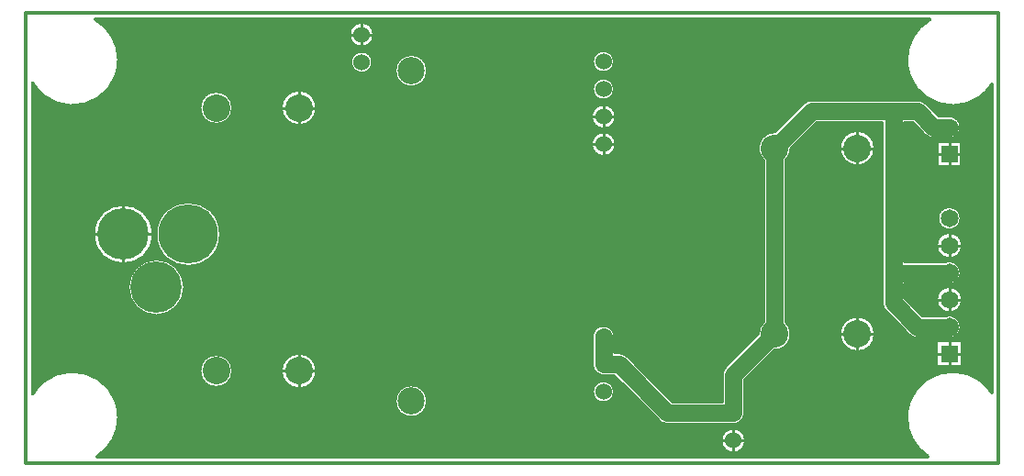
<source format=gbr>
G04 DesignSpark PCB Gerber Version 11.0 Build 5877*
%FSLAX35Y35*%
%MOIN*%
%ADD128R,0.05906X0.05906*%
%ADD70R,0.06496X0.06496*%
%ADD11C,0.01000*%
%ADD10C,0.01200*%
%ADD129C,0.05906*%
%ADD22C,0.06000*%
%ADD124C,0.06299*%
%ADD71C,0.06496*%
%ADD127C,0.09843*%
%ADD91C,0.10000*%
%ADD125C,0.18661*%
%ADD126C,0.21496*%
X0Y0D02*
D02*
D10*
X600Y600D02*
X353836D01*
Y164243D01*
X600D01*
Y600D01*
X3002Y138593D02*
Y25783D01*
G75*
G02*
X34328Y17168I14479J-8615D01*
G01*
G75*
G02*
X26600Y3002I-16848J0D01*
G01*
X328148D01*
G75*
G02*
X320420Y17168I9120J14166D01*
G01*
G75*
G02*
X351438Y26283I16848J0D01*
G01*
Y138093D01*
G75*
G02*
X320420Y147209I-14169J9115D01*
G01*
G75*
G02*
X328921Y161843I16848J0D01*
G01*
X25828D01*
G75*
G02*
X34328Y147209I-8348J-14635D01*
G01*
G75*
G02*
X3002Y138593I-16848J0D01*
G01*
X47698Y83751D02*
G75*
G02*
X71394I11848J0D01*
G01*
G75*
G02*
X47698I-11848J0D01*
G01*
X63584Y34048D02*
G75*
G02*
X75784I6100J0D01*
G01*
G75*
G02*
X63584I-6100J0D01*
G01*
Y129703D02*
G75*
G02*
X75784I6100J0D01*
G01*
G75*
G02*
X63584I-6100J0D01*
G01*
X99684Y40648D02*
G75*
G02*
Y27448I0J-6600D01*
G01*
G75*
G02*
X93084Y34048I0J6600D01*
G01*
G75*
G02*
X99684Y40648I6600J0D01*
G01*
Y136303D02*
G75*
G02*
Y123103I0J-6600D01*
G01*
G75*
G02*
X93084Y129703I0J6600D01*
G01*
G75*
G02*
X99684Y136303I6600J0D01*
G01*
X117913Y156277D02*
G75*
G02*
X127113I4600J0D01*
G01*
G75*
G02*
X117913I-4600J0D01*
G01*
X118413Y146277D02*
G75*
G02*
X126613I4100J0D01*
G01*
G75*
G02*
X118413I-4100J0D01*
G01*
X134529Y23087D02*
G75*
G02*
X146572I6021J0D01*
G01*
G75*
G02*
X134529I-6021J0D01*
G01*
Y143165D02*
G75*
G02*
X146572I6021J0D01*
G01*
G75*
G02*
X134529I-6021J0D01*
G01*
X210354Y121072D02*
G75*
G02*
Y111872I0J-4600D01*
G01*
G75*
G02*
X205754Y116472I0J4600D01*
G01*
G75*
G02*
X210354Y121072I4600J0D01*
G01*
X334589Y73934D02*
G75*
G02*
X339142Y66803I1430J-4106D01*
G01*
G75*
G02*
X336018Y65435I-3124J2881D01*
G01*
X319950D01*
Y60504D01*
X326212Y54241D01*
X334566D01*
G75*
G02*
X339295Y47285I1452J-4098D01*
G01*
G75*
G02*
X336019Y45742I-3276J2707D01*
G01*
X324452D01*
G75*
G02*
X321446Y46988I0J4250D01*
G01*
X312696Y55737D01*
G75*
G02*
X311450Y58743I3004J3006D01*
G01*
Y69602D01*
G75*
G02*
X311450Y69684I4257J82D01*
G01*
Y124203D01*
X287763D01*
X278660Y115100D01*
G75*
G02*
X278661Y115011I-6095J-98D01*
G01*
G75*
G02*
X276810Y110635I-6100J0D01*
G01*
Y51866D01*
G75*
G02*
X272561Y41390I-4250J-4376D01*
G01*
G75*
G02*
X272471Y41391I9J6096D01*
G01*
X261806Y30725D01*
Y18806D01*
G75*
G02*
X261806Y18724I-4257J-82D01*
G01*
G75*
G02*
X257311Y14481I-4250J0D01*
G01*
X233486D01*
G75*
G02*
X229681Y16839I0J4250D01*
G01*
X214220Y32299D01*
X211160D01*
G75*
G02*
X206103Y36472I-806J4173D01*
G01*
G75*
G02*
X206104Y36554I4258J0D01*
G01*
Y46391D01*
G75*
G02*
X206103Y46472I4257J82D01*
G01*
G75*
G02*
X214604I4250J0D01*
G01*
G75*
G02*
X214603Y46391I-4258J0D01*
G01*
Y40798D01*
X215980D01*
G75*
G02*
X218987Y39552I0J-4250D01*
G01*
X235559Y22980D01*
X253306D01*
Y32485D01*
G75*
G02*
X254552Y35491I4250J0D01*
G01*
X266461Y47400D01*
G75*
G02*
X266461Y47490I6095J98D01*
G01*
G75*
G02*
X268311Y51866I6100J0D01*
G01*
Y110635D01*
G75*
G02*
X272561Y121111I4250J4376D01*
G01*
G75*
G02*
X272650Y121110I-9J-6096D01*
G01*
X282996Y131456D01*
G75*
G02*
X286002Y132702I3006J-3004D01*
G01*
X324452D01*
G75*
G02*
X327458Y131456I0J-4250D01*
G01*
X332000Y126915D01*
X335936D01*
G75*
G02*
X340269Y122665I82J-4250D01*
G01*
G75*
G02*
X335936Y118416I-4250J0D01*
G01*
X330239D01*
G75*
G02*
X327233Y119662I0J4250D01*
G01*
X322692Y124203D01*
X319949D01*
Y73934D01*
X334589D01*
X331170Y79670D02*
G75*
G02*
X340866I4848J0D01*
G01*
G75*
G02*
X331170I-4848J0D01*
G01*
X331464Y117377D02*
X340570D01*
Y108271D01*
X331464D01*
Y117377D01*
X331670Y89513D02*
G75*
G02*
X340366I4348J0D01*
G01*
G75*
G02*
X331670I-4348J0D01*
G01*
X331170Y59985D02*
G75*
G02*
X340866I4848J0D01*
G01*
G75*
G02*
X331170I-4848J0D01*
G01*
X331169Y45149D02*
X340865D01*
Y35452D01*
X331169D01*
Y45149D01*
X302561Y54090D02*
G75*
G02*
Y40890I0J-6600D01*
G01*
G75*
G02*
X295961Y47490I0J6600D01*
G01*
G75*
G02*
X302561Y54090I6600J0D01*
G01*
Y121611D02*
G75*
G02*
X309161Y115011I0J-6600D01*
G01*
G75*
G02*
X302561Y108411I-6600J0D01*
G01*
G75*
G02*
X295961Y115011I0J6600D01*
G01*
G75*
G02*
X302561Y121611I6600J0D01*
G01*
X252956Y8724D02*
G75*
G02*
X262156I4600J0D01*
G01*
G75*
G02*
X252956I-4600J0D01*
G01*
X206254Y26472D02*
G75*
G02*
X214454I4100J0D01*
G01*
G75*
G02*
X206254I-4100J0D01*
G01*
X210354Y131072D02*
G75*
G02*
Y121872I0J-4600D01*
G01*
G75*
G02*
X205754Y126472I0J4600D01*
G01*
G75*
G02*
X210354Y131072I4600J0D01*
G01*
X206254Y136472D02*
G75*
G02*
X214454I4100J0D01*
G01*
G75*
G02*
X206254I-4100J0D01*
G01*
Y146472D02*
G75*
G02*
X214454I4100J0D01*
G01*
G75*
G02*
X206254I-4100J0D01*
G01*
X24993Y83751D02*
G75*
G02*
X46854I10931J0D01*
G01*
G75*
G02*
X24993I-10931J0D01*
G01*
X47931Y74891D02*
G75*
G02*
X58362Y64460I0J-10431D01*
G01*
G75*
G02*
X47931Y54029I-10431J0D01*
G01*
G75*
G02*
X37501Y64460I0J10431D01*
G01*
G75*
G02*
X47931Y74891I10431J0D01*
G01*
X32060Y8724D02*
G36*
X32060Y8724D02*
G75*
G02*
X27471Y3602I-14579J8443D01*
G01*
X327278D01*
G75*
G02*
X322689Y8724I9990J13566D01*
G01*
X262156D01*
G75*
G02*
X252956I-4600J0D01*
G01*
X32060D01*
G37*
X33254Y23087D02*
G36*
X33254Y23087D02*
G75*
G02*
X34328Y17168I-15774J-5919D01*
G01*
G75*
G02*
Y17167I-22557J0D01*
G01*
G75*
G02*
X32060Y8724I-16847J0D01*
G01*
X252956D01*
G75*
G02*
X262156I4600J0D01*
G01*
X322689D01*
G75*
G02*
X320420Y17167I14579J8443D01*
G01*
G75*
G02*
Y17168I22557J0D01*
G01*
G75*
G02*
X321494Y23087I16848J0D01*
G01*
X261806D01*
Y18806D01*
G75*
G02*
X261806Y18745I-2130J-58D01*
G01*
G75*
G02*
Y18724I-2133J-10D01*
G01*
G75*
G02*
X257311Y14481I-4251J0D01*
G01*
X233486D01*
G75*
G02*
X229681Y16839I0J4249D01*
G01*
X223433Y23087D01*
X212666D01*
G75*
G02*
X208041I-2312J3386D01*
G01*
X146572D01*
G75*
G02*
X134529I-6021J0D01*
G01*
X33254D01*
G37*
X235452D02*
G36*
X235452Y23087D02*
X235559Y22980D01*
X253306D01*
Y23087D01*
X235452D01*
G37*
X3602Y34048D02*
G36*
X3602Y34048D02*
Y26720D01*
G75*
G02*
X33254Y23087I13879J-9552D01*
G01*
X134529D01*
G75*
G02*
X146572I6021J0D01*
G01*
X208041D01*
G75*
G02*
X206254Y26472I2312J3386D01*
G01*
G75*
G02*
X214454I4100J0D01*
G01*
G75*
G02*
X212666Y23087I-4100J0D01*
G01*
X223433D01*
X214220Y32299D01*
X211160D01*
G75*
G02*
X206862Y34048I-807J4173D01*
G01*
X106284D01*
G75*
G02*
X99684Y27448I-6600J0D01*
G01*
G75*
G02*
X93084Y34048I0J6600D01*
G01*
X75784D01*
G75*
G02*
X63584I-6100J0D01*
G01*
X3602D01*
G37*
X224491D02*
G36*
X224491Y34048D02*
X235452Y23087D01*
X253306D01*
Y32485D01*
G75*
G02*
X253604Y34048I4252J-1D01*
G01*
X224491D01*
G37*
X261806Y30725D02*
G36*
X261806Y30725D02*
Y23087D01*
X321494D01*
G75*
G02*
X350838Y27154I15774J-5919D01*
G01*
Y34048D01*
X265129D01*
X261806Y30725D01*
G37*
X3602Y40300D02*
G36*
X3602Y40300D02*
Y34048D01*
X63584D01*
G75*
G02*
X75784I6100J0D01*
G01*
X93084D01*
G75*
G02*
X97570Y40300I6600J0D01*
G01*
X3602D01*
G37*
X101798D02*
G36*
X101798Y40300D02*
G75*
G02*
X106284Y34048I-2114J-6252D01*
G01*
X206862D01*
G75*
G02*
X206103Y36472I3491J2424D01*
G01*
Y36472D01*
G75*
G02*
Y36493I2133J10D01*
G01*
G75*
G02*
X206104Y36554I2130J4D01*
G01*
Y40300D01*
X101798D01*
G37*
X217976D02*
G36*
X217976Y40300D02*
G75*
G02*
X218987Y39552I-1997J-3753D01*
G01*
X224491Y34048D01*
X253604D01*
G75*
G02*
X254552Y35491I3954J-1564D01*
G01*
X259361Y40300D01*
X217976D01*
G37*
X271381D02*
G36*
X271381Y40300D02*
X265129Y34048D01*
X350838D01*
Y40300D01*
X340865D01*
Y35452D01*
X331169D01*
Y40300D01*
X271381D01*
G37*
X3602Y47490D02*
G36*
X3602Y47490D02*
Y40300D01*
X97570D01*
G75*
G02*
X99684Y40648I2114J-6252D01*
G01*
G75*
G02*
X101798Y40300I0J-6600D01*
G01*
X206104D01*
Y46391D01*
G75*
G02*
X206103Y46452I2130J58D01*
G01*
G75*
G02*
Y46472I2133J10D01*
G01*
G75*
G02*
X206227Y47490I4250J0D01*
G01*
X3602D01*
G37*
X214603Y46391D02*
G36*
X214603Y46391D02*
Y40798D01*
X215980D01*
G75*
G02*
X217976Y40300I-1J-4252D01*
G01*
X259361D01*
X266461Y47400D01*
G75*
G02*
X266461Y47490I640066J5684D01*
G01*
X214480D01*
G75*
G02*
X214604Y46472I-4127J-1018D01*
G01*
G75*
G02*
Y46452I-2133J-10D01*
G01*
G75*
G02*
X214603Y46391I-2130J-4D01*
G01*
G37*
X272471Y41391D02*
G36*
X272471Y41391D02*
X271381Y40300D01*
X331169D01*
Y45149D01*
X340865D01*
Y40300D01*
X350838D01*
Y47490D01*
X339463D01*
G75*
G02*
X339295Y47285I-3446J2652D01*
G01*
G75*
G02*
X336019Y45742I-3277J2707D01*
G01*
X324452D01*
G75*
G02*
X321446Y46988I1J4251D01*
G01*
X320944Y47490D01*
X309161D01*
G75*
G02*
X302561Y40890I-6600J0D01*
G01*
G75*
G02*
X295961Y47490I0J6600D01*
G01*
X278660D01*
G75*
G02*
X272561Y41390I-6100J0D01*
G01*
G75*
G02*
X272471Y41391I5594J640067D01*
G01*
G37*
X3602Y59985D02*
G36*
X3602Y59985D02*
Y47490D01*
X206227D01*
G75*
G02*
X214480I4127J-1017D01*
G01*
X266461D01*
Y47490D01*
G75*
G02*
X268311Y51866I6098J0D01*
G01*
Y59985D01*
X57354D01*
G75*
G02*
X47931Y54029I-9422J4475D01*
G01*
G75*
G02*
X38509Y59985I0J10431D01*
G01*
X3602D01*
G37*
X276810D02*
G36*
X276810Y59985D02*
Y51866D01*
G75*
G02*
X278660Y47490I-4250J-4376D01*
G01*
X295961D01*
G75*
G02*
X302561Y54090I6600J0D01*
G01*
G75*
G02*
X309161Y47490I0J-6600D01*
G01*
X320944D01*
X312696Y55737D01*
G75*
G02*
X311450Y58743I3005J3007D01*
G01*
Y59985D01*
X276810D01*
G37*
X320468D02*
G36*
X320468Y59985D02*
X326212Y54241D01*
X334566D01*
G75*
G02*
X340366Y50143I1452J-4098D01*
G01*
G75*
G02*
X339463Y47490I-4348J0D01*
G01*
X350838D01*
Y59985D01*
X340866D01*
G75*
G02*
X331170I-4848J0D01*
G01*
X320468D01*
G37*
X3602Y83751D02*
G36*
X3602Y83751D02*
Y59985D01*
X38509D01*
G75*
G02*
X37501Y64460I9422J4475D01*
G01*
G75*
G02*
X47931Y74891I10431J0D01*
G01*
G75*
G02*
X58362Y64460I0J-10431D01*
G01*
G75*
G02*
X57354Y59985I-10431J0D01*
G01*
X268311D01*
Y83751D01*
X71394D01*
G75*
G02*
X47698I-11848J0D01*
G01*
X46854D01*
G75*
G02*
X24993I-10931J0D01*
G01*
X3602D01*
G37*
X276810D02*
G36*
X276810Y83751D02*
Y59985D01*
X311450D01*
Y69602D01*
G75*
G02*
X311450Y69664I2130J58D01*
G01*
G75*
G02*
Y69684I2133J10D01*
G01*
Y83751D01*
X276810D01*
G37*
X319949D02*
G36*
X319949Y83751D02*
Y73934D01*
X334589D01*
G75*
G02*
X340366Y69828I1430J-4106D01*
G01*
G75*
G02*
X339142Y66803I-4348J0D01*
G01*
G75*
G02*
X336018Y65435I-3124J2880D01*
G01*
X319950D01*
Y60504D01*
X320468Y59985D01*
X331170D01*
G75*
G02*
X340866I4848J0D01*
G01*
X350838D01*
Y83751D01*
X338635D01*
G75*
G02*
X340866Y79670I-2617J-4081D01*
G01*
G75*
G02*
X331170I-4848J0D01*
G01*
G75*
G02*
X333401Y83751I4848J0D01*
G01*
X319949D01*
G37*
X3602Y89513D02*
G36*
X3602Y89513D02*
Y83751D01*
X24993D01*
G75*
G02*
X26635Y89513I10931J0D01*
G01*
X3602D01*
G37*
X45213D02*
G36*
X45213Y89513D02*
G75*
G02*
X46854Y83751I-9289J-5762D01*
G01*
X47698D01*
G75*
G02*
X49193Y89513I11848J0D01*
G01*
X45213D01*
G37*
X69898D02*
G36*
X69898Y89513D02*
G75*
G02*
X71394Y83751I-10353J-5762D01*
G01*
X268311D01*
Y89513D01*
X69898D01*
G37*
X276810D02*
G36*
X276810Y89513D02*
Y83751D01*
X311450D01*
Y89513D01*
X276810D01*
G37*
X319949D02*
G36*
X319949Y89513D02*
Y83751D01*
X333401D01*
G75*
G02*
X338635I2617J-4081D01*
G01*
X350838D01*
Y89513D01*
X340366D01*
G75*
G02*
X331670I-4348J0D01*
G01*
X319949D01*
G37*
X3602Y116472D02*
G36*
X3602Y116472D02*
Y89513D01*
X26635D01*
G75*
G02*
X45213I9289J-5761D01*
G01*
X49193D01*
G75*
G02*
X69898I10353J-5761D01*
G01*
X268311D01*
Y110635D01*
G75*
G02*
X266461Y115011I4250J4376D01*
G01*
G75*
G02*
X266639Y116472I6100J0D01*
G01*
X214954D01*
G75*
G02*
X210354Y111872I-4600J0D01*
G01*
G75*
G02*
X205754Y116472I0J4600D01*
G01*
Y116472D01*
X3602D01*
G37*
X276810Y110635D02*
G36*
X276810Y110635D02*
Y89513D01*
X311450D01*
Y116472D01*
X308997D01*
G75*
G02*
X309161Y115011I-6437J-1461D01*
G01*
G75*
G02*
X302561Y108411I-6600J0D01*
G01*
G75*
G02*
X295961Y115011I0J6600D01*
G01*
G75*
G02*
X296124Y116472I6600J0D01*
G01*
X280032D01*
X278660Y115100D01*
G75*
G02*
X278661Y115011I-640066J-5684D01*
G01*
Y115011D01*
G75*
G02*
X276810Y110635I-6098J0D01*
G01*
G37*
X319949Y116472D02*
G36*
X319949Y116472D02*
Y89513D01*
X331670D01*
G75*
G02*
X340366I4348J0D01*
G01*
X350838D01*
Y116472D01*
X340570D01*
Y108271D01*
X331464D01*
Y116472D01*
X319949D01*
G37*
X3602Y129703D02*
G36*
X3602Y129703D02*
Y116472D01*
X205754D01*
Y116473D01*
G75*
G02*
X210354Y121072I4600J0D01*
G01*
G75*
G02*
X214954Y116472I0J-4600D01*
G01*
X266639D01*
G75*
G02*
X272561Y121111I5922J-1461D01*
G01*
G75*
G02*
X272650Y121110I-5594J-640067D01*
G01*
X281243Y129703D01*
X213628D01*
G75*
G02*
X214954Y126472I-3274J-3231D01*
G01*
G75*
G02*
X210354Y121872I-4600J0D01*
G01*
G75*
G02*
X205754Y126472I0J4600D01*
G01*
Y126472D01*
Y126473D01*
G75*
G02*
X207079Y129703I4600J0D01*
G01*
X106284D01*
G75*
G02*
X99684Y123103I-6600J0D01*
G01*
G75*
G02*
X93084Y129703I0J6600D01*
G01*
X75784D01*
G75*
G02*
X63584I-6100J0D01*
G01*
X3602D01*
G37*
X287763Y124203D02*
G36*
X287763Y124203D02*
X280032Y116472D01*
X296124D01*
G75*
G02*
X302561Y121611I6436J-1461D01*
G01*
G75*
G02*
X308997Y116472I0J-6600D01*
G01*
X311450D01*
Y124203D01*
X287763D01*
G37*
X319949D02*
G36*
X319949Y124203D02*
Y116472D01*
X331464D01*
Y117377D01*
X340570D01*
Y116472D01*
X350838D01*
Y129703D01*
X329211D01*
X332000Y126915D01*
X335936D01*
G75*
G02*
X340269Y122665I82J-4250D01*
G01*
G75*
G02*
X335936Y118416I-4250J0D01*
G01*
X330239D01*
G75*
G02*
X327233Y119662I1J4251D01*
G01*
X322692Y124203D01*
X319949D01*
G37*
X3602Y136472D02*
G36*
X3602Y136472D02*
Y129703D01*
X63584D01*
G75*
G02*
X75784I6100J0D01*
G01*
X93084D01*
G75*
G02*
X99684Y136303I6600J0D01*
G01*
G75*
G02*
X106284Y129703I0J-6600D01*
G01*
X207079D01*
G75*
G02*
X210354Y131072I3274J-3231D01*
G01*
G75*
G02*
X213628Y129703I0J-4600D01*
G01*
X281243D01*
X282996Y131456D01*
G75*
G02*
X286002Y132702I3007J-3005D01*
G01*
X324452D01*
G75*
G02*
X327458Y131456I-1J-4251D01*
G01*
X329211Y129703D01*
X350838D01*
Y136472D01*
X350253D01*
G75*
G02*
X324284I-12984J10736D01*
G01*
X214454D01*
G75*
G02*
X206254I-4100J0D01*
G01*
X30465D01*
G75*
G02*
X4496I-12984J10736D01*
G01*
X3602D01*
G37*
Y137657D02*
G36*
X3602Y137657D02*
Y136472D01*
X4496D01*
G75*
G02*
X3602Y137657I12985J10738D01*
G01*
G37*
X34303Y146277D02*
G36*
X34303Y146277D02*
G75*
G02*
X30465Y136472I-16823J932D01*
G01*
X206254D01*
G75*
G02*
X214454I4100J0D01*
G01*
X324284D01*
G75*
G02*
X320446Y146277I12985J10737D01*
G01*
X214449D01*
G75*
G02*
X206258I-4095J195D01*
G01*
X145705D01*
G75*
G02*
X146572Y143165I-5155J-3112D01*
G01*
G75*
G02*
X134529I-6021J0D01*
G01*
G75*
G02*
X135396Y146277I6021J0D01*
G01*
X126613D01*
G75*
G02*
X118413I-4100J0D01*
G01*
X34303D01*
G37*
X350253Y136472D02*
G36*
X350253Y136472D02*
X350838D01*
Y137222D01*
G75*
G02*
X350253Y136472I-13574J9991D01*
G01*
G37*
X34328Y147209D02*
G36*
X34328Y147209D02*
G75*
G02*
X34303Y146277I-16850J-3D01*
G01*
X118413D01*
G75*
G02*
X126613I4100J0D01*
G01*
X135396D01*
G75*
G02*
X145705I5155J-3112D01*
G01*
X206258D01*
G75*
G02*
X206254Y146472I4097J197D01*
G01*
G75*
G02*
X214454I4100J0D01*
G01*
G75*
G02*
X214449Y146277I-4102J2D01*
G01*
X320446D01*
G75*
G02*
X320420Y147209I16824J928D01*
G01*
G75*
G02*
X323069Y156277I16848J0D01*
G01*
X127113D01*
G75*
G02*
X117913I-4600J0D01*
G01*
X31680D01*
G75*
G02*
X34328Y147209I-14201J-9069D01*
G01*
G37*
X26802Y161243D02*
G36*
X26802Y161243D02*
G75*
G02*
X31680Y156277I-9323J-14036D01*
G01*
X117913D01*
G75*
G02*
X127113I4600J0D01*
G01*
X323069D01*
G75*
G02*
X327947Y161243I14200J-9069D01*
G01*
X26802D01*
G37*
D02*
D11*
X27093Y83751D02*
X24993D01*
X35924Y74920D02*
Y72820D01*
Y92582D02*
Y94682D01*
X44754Y83751D02*
X46854D01*
X95184Y34048D02*
X93084D01*
X95184Y129703D02*
X93084D01*
X99684Y29548D02*
Y27448D01*
Y38548D02*
Y40648D01*
Y125203D02*
Y123103D01*
Y134203D02*
Y136303D01*
X104184Y34048D02*
X106284D01*
X104184Y129703D02*
X106284D01*
X120013Y156277D02*
X117913D01*
X122513Y153777D02*
Y151677D01*
Y158777D02*
Y160877D01*
X125013Y156277D02*
X127113D01*
X207854Y116472D02*
X205754D01*
X207854Y126472D02*
X205754D01*
X210354Y113972D02*
Y111872D01*
Y118972D02*
Y121072D01*
Y123972D02*
Y121872D01*
Y128972D02*
Y131072D01*
X212854Y116472D02*
X214954D01*
X212854Y126472D02*
X214954D01*
X255056Y8724D02*
X252956D01*
X257556Y6224D02*
Y4124D01*
Y11224D02*
Y13324D01*
X260056Y8724D02*
X262156D01*
X298061Y47490D02*
X295961D01*
X298061Y115011D02*
X295961D01*
X302561Y42990D02*
Y40890D01*
Y51990D02*
Y54090D01*
Y110511D02*
Y108411D01*
Y119511D02*
Y121611D01*
X307061Y47490D02*
X309161D01*
X307061Y115011D02*
X309161D01*
X333270Y40300D02*
X331169D01*
X333270Y59985D02*
X331170D01*
X333270Y79670D02*
X331170D01*
X333565Y112823D02*
X331464D01*
X336018Y37552D02*
Y35452D01*
Y43048D02*
Y45149D01*
Y57237D02*
Y55137D01*
Y62733D02*
Y64833D01*
Y76922D02*
Y74822D01*
Y82418D02*
Y84518D01*
Y110370D02*
Y108271D01*
Y115276D02*
Y117377D01*
X338471Y112823D02*
X340570D01*
X338766Y40300D02*
X340865D01*
X338766Y59985D02*
X340866D01*
X338766Y79670D02*
X340866D01*
D02*
D70*
X336018Y40300D03*
D02*
D71*
Y50143D03*
Y59985D03*
Y69828D03*
Y79670D03*
Y89513D03*
D02*
D22*
X122513Y146277D03*
Y156277D03*
X210354Y26472D03*
Y36472D03*
Y46472D03*
Y116472D03*
Y126472D03*
Y136472D03*
Y146472D03*
X257556Y8724D03*
Y18724D03*
D02*
D91*
X69684Y34048D03*
Y129703D03*
X99684Y34048D03*
Y129703D03*
X272561Y47490D03*
Y115011D03*
X302561Y47490D03*
Y115011D03*
D02*
D124*
X210354Y36472D02*
Y36549D01*
X215980D01*
X233486Y19043D01*
Y18731D01*
X257556D01*
Y18724D01*
X210354Y36472D02*
Y46472D01*
X257556Y18724D02*
Y32485D01*
X272561Y47490D01*
Y115011D01*
X286002Y128453D01*
X315699D01*
Y69684D02*
Y128453D01*
Y69684D02*
X336018D01*
Y69828D01*
X315699Y128453D02*
X324452D01*
X330239Y122665D01*
X336018D01*
Y50143D02*
Y49991D01*
X324452D01*
X315699Y58743D01*
Y69684D01*
D02*
D125*
X35924Y83751D03*
X47931Y64460D03*
D02*
D126*
X59546Y83751D03*
D02*
D127*
X140550Y23087D03*
Y143165D03*
D02*
D128*
X336018Y112823D03*
D02*
D129*
Y122665D03*
X0Y0D02*
M02*

</source>
